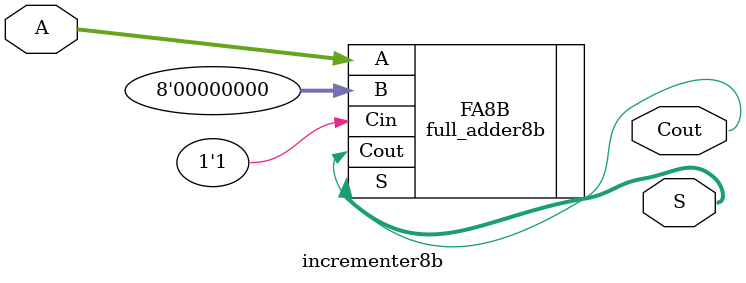
<source format=v>
`include "full_adder8b.v"

module incrementer8b(
    output [7:0] S,
    output Cout,
    input  [7:0] A
);

    full_adder8b FA8B (
        .A(A),
        .B(8'b00000000),  // B = 0
        .Cin(1'b1),       // Incrementar com carry in = 1
        .S(S),
        .Cout(Cout)
    );

endmodule

</source>
